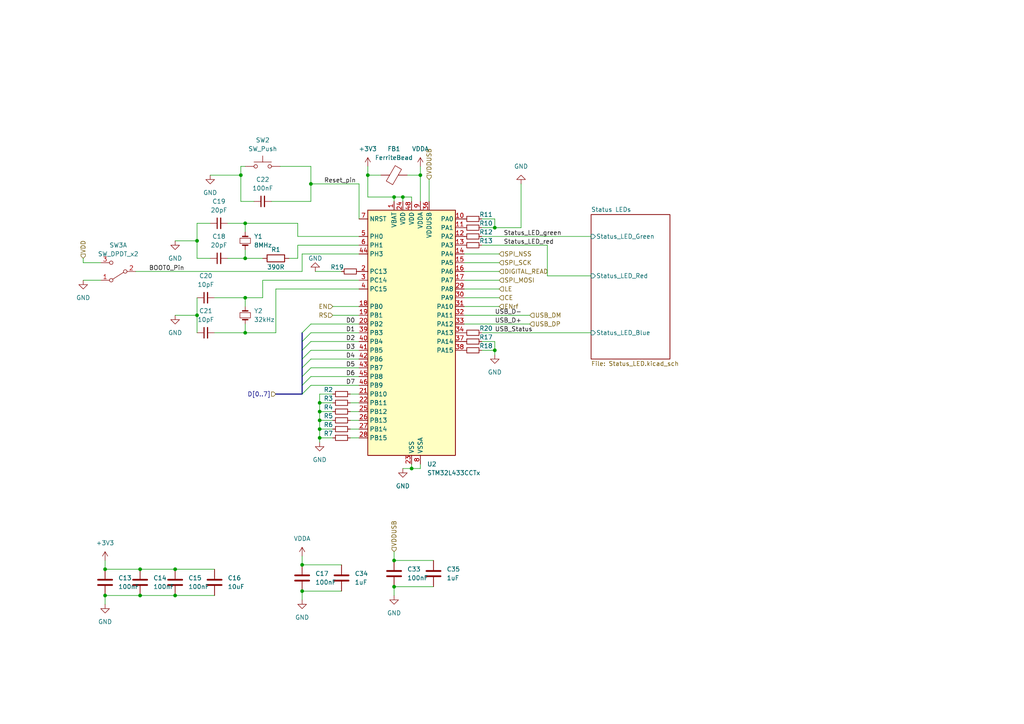
<source format=kicad_sch>
(kicad_sch (version 20230121) (generator eeschema)
  (paper "A4")
  (lib_symbols
    (symbol "Device:C" (pin_numbers hide) (pin_names (offset 0.254))
      (property "Reference" "C" (at 0.635 2.54 0))
      (property "Value" "C" (at 0.635 -2.54 0))
      (symbol "C_0_1"
        (polyline (pts (xy -2.032 -0.762) (xy 2.032 -0.762)) (stroke (width 0.508)))
        (polyline (pts (xy -2.032 0.762) (xy 2.032 0.762)) (stroke (width 0.508)))
      )
      (symbol "C_1_1"
        (pin passive line (at 0 3.81 270) (length 2.794) (name "~") (number "1"))
        (pin passive line (at 0 -3.81 90) (length 2.794) (name "~") (number "2"))
      )
    )
    (symbol "Device:C_Small" (pin_numbers hide) (pin_names (offset 0.254) hide)
      (property "Reference" "C" (at 0.254 1.778 0))
      (property "Value" "C_Small" (at 0.254 -2.032 0))
      (symbol "C_Small_0_1"
        (polyline (pts (xy -1.524 -0.508) (xy 1.524 -0.508)) (stroke (width 0.3302)))
        (polyline (pts (xy -1.524 0.508) (xy 1.524 0.508)) (stroke (width 0.3048)))
      )
      (symbol "C_Small_1_1"
        (pin passive line (at 0 2.54 270) (length 2.032) (name "~") (number "1"))
        (pin passive line (at 0 -2.54 90) (length 2.032) (name "~") (number "2"))
      )
    )
    (symbol "Device:Crystal_Small" (pin_numbers hide) (pin_names (offset 1.016) hide)
      (property "Reference" "Y" (at 0 2.54 0))
      (property "Value" "Crystal_Small" (at 0 -2.54 0))
      (symbol "Crystal_Small_0_1"
        (rectangle (start -0.762 -1.524) (end 0.762 1.524))
        (polyline (pts (xy -1.27 -0.762) (xy -1.27 0.762)) (stroke (width 0.381)))
        (polyline (pts (xy 1.27 -0.762) (xy 1.27 0.762)) (stroke (width 0.381)))
      )
      (symbol "Crystal_Small_1_1"
        (pin passive line (at -2.54 0 0) (length 1.27) (name "1") (number "1"))
        (pin passive line (at 2.54 0 180) (length 1.27) (name "2") (number "2"))
      )
    )
    (symbol "Device:FerriteBead" (pin_numbers hide) (pin_names (offset 0))
      (property "Reference" "FB" (at -3.81 0.635 90))
      (property "Value" "FerriteBead" (at 3.81 0 90))
      (symbol "FerriteBead_0_1"
        (polyline (pts (xy 0 -1.27) (xy 0 -1.2192)))
        (polyline (pts (xy 0 1.27) (xy 0 1.2954)))
        (polyline (pts (xy -2.7686 0.4064) (xy -1.7018 2.2606) (xy 2.7686 -0.3048) (xy 1.6764 -2.159) (xy -2.7686 0.4064)))
      )
      (symbol "FerriteBead_1_1"
        (pin passive line (at 0 3.81 270) (length 2.54) (name "~") (number "1"))
        (pin passive line (at 0 -3.81 90) (length 2.54) (name "~") (number "2"))
      )
    )
    (symbol "Device:R" (pin_numbers hide) (pin_names (offset 0))
      (property "Reference" "R" (at 2.032 0 90))
      (property "Value" "R" (at 0 0 90))
      (symbol "R_0_1"
        (rectangle (start -1.016 -2.54) (end 1.016 2.54) (stroke (width 0.254)))
      )
      (symbol "R_1_1"
        (pin passive line (at 0 3.81 270) (length 1.27) (name "~") (number "1"))
        (pin passive line (at 0 -3.81 90) (length 1.27) (name "~") (number "2"))
      )
    )
    (symbol "Device:R_Small" (pin_numbers hide) (pin_names (offset 0.254) hide)
      (property "Reference" "R" (at 0.762 0.508 0))
      (property "Value" "R_Small" (at 0.762 -1.016 0))
      (symbol "R_Small_0_1"
        (rectangle (start -0.762 1.778) (end 0.762 -1.778) (stroke (width 0.2032)))
      )
      (symbol "R_Small_1_1"
        (pin passive line (at 0 2.54 270) (length 0.762) (name "~") (number "1"))
        (pin passive line (at 0 -2.54 90) (length 0.762) (name "~") (number "2"))
      )
    )
    (symbol "MCU_ST_STM32L4:STM32L433CCTx"
      (property "Reference" "U" (at -12.7 36.83 0))
      (property "Value" "STM32L433CCTx" (at 7.62 36.83 0))
      (symbol "STM32L433CCTx_0_1"
        (rectangle (start -12.7 -35.56) (end 12.7 35.56) (stroke (width 0.254)) (fill (type background)))
      )
      (symbol "STM32L433CCTx_1_1"
        (pin power_in line (at -5.08 38.1 270) (length 2.54) (name "VBAT") (number "1"))
        (pin bidirectional line (at 15.24 33.02 180) (length 2.54) (name "PA0") (number "10"))
        (pin bidirectional line (at 15.24 30.48 180) (length 2.54) (name "PA1") (number "11"))
        (pin bidirectional line (at 15.24 27.94 180) (length 2.54) (name "PA2") (number "12"))
        (pin bidirectional line (at 15.24 25.4 180) (length 2.54) (name "PA3") (number "13"))
        (pin bidirectional line (at 15.24 22.86 180) (length 2.54) (name "PA4") (number "14"))
        (pin bidirectional line (at 15.24 20.32 180) (length 2.54) (name "PA5") (number "15"))
        (pin bidirectional line (at 15.24 17.78 180) (length 2.54) (name "PA6") (number "16"))
        (pin bidirectional line (at 15.24 15.24 180) (length 2.54) (name "PA7") (number "17"))
        (pin bidirectional line (at -15.24 7.62 0) (length 2.54) (name "PB0") (number "18"))
        (pin bidirectional line (at -15.24 5.08 0) (length 2.54) (name "PB1") (number "19"))
        (pin bidirectional line (at -15.24 17.78 0) (length 2.54) (name "PC13") (number "2"))
        (pin bidirectional line (at -15.24 2.54 0) (length 2.54) (name "PB2") (number "20"))
        (pin bidirectional line (at -15.24 -17.78 0) (length 2.54) (name "PB10") (number "21"))
        (pin bidirectional line (at -15.24 -20.32 0) (length 2.54) (name "PB11") (number "22"))
        (pin power_in line (at 0 -38.1 90) (length 2.54) (name "VSS") (number "23"))
        (pin power_in line (at -2.54 38.1 270) (length 2.54) (name "VDD") (number "24"))
        (pin bidirectional line (at -15.24 -22.86 0) (length 2.54) (name "PB12") (number "25"))
        (pin bidirectional line (at -15.24 -25.4 0) (length 2.54) (name "PB13") (number "26"))
        (pin bidirectional line (at -15.24 -27.94 0) (length 2.54) (name "PB14") (number "27"))
        (pin bidirectional line (at -15.24 -30.48 0) (length 2.54) (name "PB15") (number "28"))
        (pin bidirectional line (at 15.24 12.7 180) (length 2.54) (name "PA8") (number "29"))
        (pin bidirectional line (at -15.24 15.24 0) (length 2.54) (name "PC14") (number "3"))
        (pin bidirectional line (at 15.24 10.16 180) (length 2.54) (name "PA9") (number "30"))
        (pin bidirectional line (at 15.24 7.62 180) (length 2.54) (name "PA10") (number "31"))
        (pin bidirectional line (at 15.24 5.08 180) (length 2.54) (name "PA11") (number "32"))
        (pin bidirectional line (at 15.24 2.54 180) (length 2.54) (name "PA12") (number "33"))
        (pin bidirectional line (at 15.24 0 180) (length 2.54) (name "PA13") (number "34"))
        (pin passive line (at 0 -38.1 90) (length 2.54) hide (name "VSS") (number "35"))
        (pin power_in line (at 5.08 38.1 270) (length 2.54) (name "VDDUSB") (number "36"))
        (pin bidirectional line (at 15.24 -2.54 180) (length 2.54) (name "PA14") (number "37"))
        (pin bidirectional line (at 15.24 -5.08 180) (length 2.54) (name "PA15") (number "38"))
        (pin bidirectional line (at -15.24 0 0) (length 2.54) (name "PB3") (number "39"))
        (pin bidirectional line (at -15.24 12.7 0) (length 2.54) (name "PC15") (number "4"))
        (pin bidirectional line (at -15.24 -2.54 0) (length 2.54) (name "PB4") (number "40"))
        (pin bidirectional line (at -15.24 -5.08 0) (length 2.54) (name "PB5") (number "41"))
        (pin bidirectional line (at -15.24 -7.62 0) (length 2.54) (name "PB6") (number "42"))
        (pin bidirectional line (at -15.24 -10.16 0) (length 2.54) (name "PB7") (number "43"))
        (pin bidirectional line (at -15.24 22.86 0) (length 2.54) (name "PH3") (number "44"))
        (pin bidirectional line (at -15.24 -12.7 0) (length 2.54) (name "PB8") (number "45"))
        (pin bidirectional line (at -15.24 -15.24 0) (length 2.54) (name "PB9") (number "46"))
        (pin passive line (at 0 -38.1 90) (length 2.54) hide (name "VSS") (number "47"))
        (pin power_in line (at 0 38.1 270) (length 2.54) (name "VDD") (number "48"))
        (pin bidirectional line (at -15.24 27.94 0) (length 2.54) (name "PH0") (number "5"))
        (pin bidirectional line (at -15.24 25.4 0) (length 2.54) (name "PH1") (number "6"))
        (pin input line (at -15.24 33.02 0) (length 2.54) (name "NRST") (number "7"))
        (pin power_in line (at 2.54 -38.1 90) (length 2.54) (name "VSSA") (number "8"))
        (pin power_in line (at 2.54 38.1 270) (length 2.54) (name "VDDA") (number "9"))
      )
    )
    (symbol "Switch:SW_DPDT_x2" (pin_names (offset 0) hide)
      (property "Reference" "SW" (at 0 4.318 0))
      (property "Value" "SW_DPDT_x2" (at 0 -5.08 0))
      (symbol "SW_DPDT_x2_0_0"
        (circle (center -2.032 0) (radius 0.508))
        (circle (center 2.032 -2.54) (radius 0.508))
      )
      (symbol "SW_DPDT_x2_0_1"
        (polyline (pts (xy -1.524 0.254) (xy 1.651 2.286)))
        (circle (center 2.032 2.54) (radius 0.508))
      )
      (symbol "SW_DPDT_x2_1_1"
        (pin passive line (at 5.08 2.54 180) (length 2.54) (name "A") (number "1"))
        (pin passive line (at -5.08 0 0) (length 2.54) (name "B") (number "2"))
        (pin passive line (at 5.08 -2.54 180) (length 2.54) (name "C") (number "3"))
      )
      (symbol "SW_DPDT_x2_2_1"
        (pin passive line (at 5.08 2.54 180) (length 2.54) (name "A") (number "4"))
        (pin passive line (at -5.08 0 0) (length 2.54) (name "B") (number "5"))
        (pin passive line (at 5.08 -2.54 180) (length 2.54) (name "C") (number "6"))
      )
    )
    (symbol "Switch:SW_Push" (pin_numbers hide) (pin_names (offset 1.016) hide)
      (property "Reference" "SW" (at 1.27 2.54 0))
      (property "Value" "SW_Push" (at 0 -1.524 0))
      (symbol "SW_Push_0_1"
        (circle (center -2.032 0) (radius 0.508))
        (polyline (pts (xy 0 1.27) (xy 0 3.048)))
        (polyline (pts (xy 2.54 1.27) (xy -2.54 1.27)))
        (circle (center 2.032 0) (radius 0.508))
        (pin passive line (at -5.08 0 0) (length 2.54) (name "1") (number "1"))
        (pin passive line (at 5.08 0 180) (length 2.54) (name "2") (number "2"))
      )
    )
    (symbol "power:+3V3" (power) (pin_names (offset 0))
      (property "Value" "+3V3" (at 0 3.556 0))
      (symbol "+3V3_0_1"
        (polyline (pts (xy -0.762 1.27) (xy 0 2.54)))
        (polyline (pts (xy 0 0) (xy 0 2.54)))
        (polyline (pts (xy 0 2.54) (xy 0.762 1.27)))
      )
      (symbol "+3V3_1_1"
        (pin power_in line (at 0 0 90) (length 0) hide (name "+3V3") (number "1"))
      )
    )
    (symbol "power:GND" (power) (pin_names (offset 0))
      (property "Value" "GND" (at 0 -3.81 0))
      (symbol "GND_0_1"
        (polyline (pts (xy 0 0) (xy 0 -1.27) (xy 1.27 -1.27) (xy 0 -2.54) (xy -1.27 -1.27) (xy 0 -1.27)))
      )
      (symbol "GND_1_1"
        (pin power_in line (at 0 0 270) (length 0) hide (name "GND") (number "1"))
      )
    )
    (symbol "power:VDDA" (power) (pin_names (offset 0))
      (property "Value" "VDDA" (at 0 3.81 0))
      (symbol "VDDA_0_1"
        (polyline (pts (xy -0.762 1.27) (xy 0 2.54)))
        (polyline (pts (xy 0 0) (xy 0 2.54)))
        (polyline (pts (xy 0 2.54) (xy 0.762 1.27)))
      )
      (symbol "VDDA_1_1"
        (pin power_in line (at 0 0 90) (length 0) hide (name "VDDA") (number "1"))
      )
    )
  )
  (junction (at 114.3 57.15))
  (junction (at 40.64 165.1))
  (junction (at 92.71 121.92))
  (junction (at 121.92 50.8))
  (junction (at 71.12 74.93))
  (junction (at 90.17 53.34))
  (junction (at 57.15 91.44))
  (junction (at 92.71 116.84))
  (junction (at 71.12 86.36))
  (junction (at 50.8 165.1))
  (junction (at 69.85 50.8))
  (junction (at 116.84 57.15))
  (junction (at 87.63 171.45))
  (junction (at 143.51 66.04))
  (junction (at 114.3 170.18))
  (junction (at 114.3 162.56))
  (junction (at 30.48 165.1))
  (junction (at 40.64 172.72))
  (junction (at 57.15 69.85))
  (junction (at 87.63 163.83))
  (junction (at 143.51 101.6))
  (junction (at 92.71 119.38))
  (junction (at 92.71 124.46))
  (junction (at 92.71 127))
  (junction (at 71.12 64.77))
  (junction (at 71.12 96.52))
  (junction (at 119.38 135.89))
  (junction (at 106.68 50.8))
  (junction (at 50.8 172.72))
  (junction (at 30.48 172.72))
  (bus_entry (at 87.63 114.3) (size 2.54 -2.54))
  (bus_entry (at 87.63 101.6) (size 2.54 -2.54))
  (bus_entry (at 87.63 106.68) (size 2.54 -2.54))
  (bus_entry (at 87.63 96.52) (size 2.54 -2.54))
  (bus_entry (at 87.63 109.22) (size 2.54 -2.54))
  (bus_entry (at 87.63 104.14) (size 2.54 -2.54))
  (bus_entry (at 87.63 99.06) (size 2.54 -2.54))
  (bus_entry (at 87.63 111.76) (size 2.54 -2.54))
  (wire (pts (xy 143.51 66.04) (xy 151.13 66.04)))
  (wire (pts (xy 151.13 66.04) (xy 151.13 53.34)))
  (wire (pts (xy 50.8 91.44) (xy 57.15 91.44)))
  (wire (pts (xy 119.38 57.15) (xy 119.38 58.42)))
  (wire (pts (xy 134.62 91.44) (xy 153.67 91.44)))
  (wire (pts (xy 121.92 50.8) (xy 121.92 58.42)))
  (wire (pts (xy 90.17 96.52) (xy 104.14 96.52)))
  (wire (pts (xy 66.04 74.93) (xy 71.12 74.93)))
  (wire (pts (xy 69.85 50.8) (xy 69.85 58.42)))
  (wire (pts (xy 62.23 86.36) (xy 71.12 86.36)))
  (wire (pts (xy 106.68 57.15) (xy 114.3 57.15)))
  (wire (pts (xy 71.12 86.36) (xy 76.2 86.36)))
  (wire (pts (xy 24.13 81.28) (xy 29.21 81.28)))
  (wire (pts (xy 92.71 119.38) (xy 96.52 119.38)))
  (wire (pts (xy 87.63 78.74) (xy 87.63 73.66)))
  (wire (pts (xy 114.3 162.56) (xy 125.73 162.56)))
  (wire (pts (xy 90.17 109.22) (xy 104.14 109.22)))
  (wire (pts (xy 86.36 71.12) (xy 104.14 71.12)))
  (wire (pts (xy 143.51 102.87) (xy 143.51 101.6)))
  (wire (pts (xy 144.78 83.82) (xy 134.62 83.82)))
  (wire (pts (xy 92.71 121.92) (xy 92.71 124.46)))
  (wire (pts (xy 139.7 96.52) (xy 171.45 96.52)))
  (bus (pts (xy 87.63 111.76) (xy 87.63 114.3)))
  (wire (pts (xy 114.3 57.15) (xy 114.3 58.42)))
  (wire (pts (xy 134.62 78.74) (xy 144.78 78.74)))
  (wire (pts (xy 134.62 93.98) (xy 153.67 93.98)))
  (wire (pts (xy 62.23 96.52) (xy 71.12 96.52)))
  (wire (pts (xy 106.68 50.8) (xy 110.49 50.8)))
  (wire (pts (xy 87.63 163.83) (xy 99.06 163.83)))
  (wire (pts (xy 90.17 53.34) (xy 104.14 53.34)))
  (wire (pts (xy 106.68 48.26) (xy 106.68 50.8)))
  (wire (pts (xy 92.71 127) (xy 96.52 127)))
  (bus (pts (xy 80.01 114.3) (xy 87.63 114.3)))
  (wire (pts (xy 87.63 163.83) (xy 87.63 161.29)))
  (wire (pts (xy 73.66 58.42) (xy 69.85 58.42)))
  (wire (pts (xy 81.28 48.26) (xy 90.17 48.26)))
  (wire (pts (xy 99.06 78.74) (xy 91.44 78.74)))
  (wire (pts (xy 116.84 57.15) (xy 116.84 58.42)))
  (wire (pts (xy 57.15 64.77) (xy 57.15 69.85)))
  (wire (pts (xy 101.6 114.3) (xy 104.14 114.3)))
  (wire (pts (xy 121.92 134.62) (xy 121.92 135.89)))
  (wire (pts (xy 106.68 50.8) (xy 106.68 57.15)))
  (wire (pts (xy 71.12 93.98) (xy 71.12 96.52)))
  (wire (pts (xy 134.62 76.2) (xy 144.78 76.2)))
  (wire (pts (xy 76.2 86.36) (xy 76.2 81.28)))
  (wire (pts (xy 92.71 116.84) (xy 96.52 116.84)))
  (wire (pts (xy 96.52 91.44) (xy 104.14 91.44)))
  (wire (pts (xy 57.15 96.52) (xy 57.15 91.44)))
  (wire (pts (xy 50.8 172.72) (xy 62.23 172.72)))
  (wire (pts (xy 116.84 57.15) (xy 119.38 57.15)))
  (wire (pts (xy 86.36 68.58) (xy 104.14 68.58)))
  (wire (pts (xy 114.3 170.18) (xy 125.73 170.18)))
  (wire (pts (xy 118.11 50.8) (xy 121.92 50.8)))
  (wire (pts (xy 87.63 73.66) (xy 104.14 73.66)))
  (wire (pts (xy 71.12 86.36) (xy 71.12 88.9)))
  (bus (pts (xy 87.63 106.68) (xy 87.63 109.22)))
  (wire (pts (xy 69.85 48.26) (xy 69.85 50.8)))
  (wire (pts (xy 143.51 66.04) (xy 139.7 66.04)))
  (wire (pts (xy 92.71 119.38) (xy 92.71 121.92)))
  (wire (pts (xy 119.38 135.89) (xy 119.38 134.62)))
  (wire (pts (xy 30.48 172.72) (xy 30.48 175.26)))
  (wire (pts (xy 104.14 63.5) (xy 104.14 53.34)))
  (wire (pts (xy 90.17 93.98) (xy 104.14 93.98)))
  (wire (pts (xy 114.3 172.72) (xy 114.3 170.18)))
  (wire (pts (xy 80.01 83.82) (xy 80.01 96.52)))
  (wire (pts (xy 101.6 116.84) (xy 104.14 116.84)))
  (wire (pts (xy 114.3 57.15) (xy 116.84 57.15)))
  (wire (pts (xy 71.12 72.39) (xy 71.12 74.93)))
  (bus (pts (xy 87.63 104.14) (xy 87.63 106.68)))
  (wire (pts (xy 90.17 111.76) (xy 104.14 111.76)))
  (wire (pts (xy 144.78 86.36) (xy 134.62 86.36)))
  (wire (pts (xy 90.17 104.14) (xy 104.14 104.14)))
  (wire (pts (xy 101.6 119.38) (xy 104.14 119.38)))
  (wire (pts (xy 92.71 124.46) (xy 92.71 127)))
  (bus (pts (xy 87.63 96.52) (xy 87.63 99.06)))
  (wire (pts (xy 57.15 86.36) (xy 57.15 91.44)))
  (wire (pts (xy 24.13 76.2) (xy 24.13 74.93)))
  (wire (pts (xy 87.63 171.45) (xy 99.06 171.45)))
  (wire (pts (xy 101.6 121.92) (xy 104.14 121.92)))
  (wire (pts (xy 90.17 99.06) (xy 104.14 99.06)))
  (wire (pts (xy 158.75 80.01) (xy 171.45 80.01)))
  (wire (pts (xy 24.13 76.2) (xy 29.21 76.2)))
  (wire (pts (xy 66.04 64.77) (xy 71.12 64.77)))
  (wire (pts (xy 71.12 64.77) (xy 71.12 67.31)))
  (wire (pts (xy 143.51 66.04) (xy 143.51 63.5)))
  (wire (pts (xy 104.14 83.82) (xy 80.01 83.82)))
  (wire (pts (xy 39.37 78.74) (xy 87.63 78.74)))
  (wire (pts (xy 86.36 64.77) (xy 71.12 64.77)))
  (wire (pts (xy 90.17 101.6) (xy 104.14 101.6)))
  (wire (pts (xy 90.17 106.68) (xy 104.14 106.68)))
  (wire (pts (xy 121.92 135.89) (xy 119.38 135.89)))
  (wire (pts (xy 101.6 124.46) (xy 104.14 124.46)))
  (wire (pts (xy 101.6 127) (xy 104.14 127)))
  (wire (pts (xy 86.36 68.58) (xy 86.36 64.77)))
  (wire (pts (xy 92.71 128.27) (xy 92.71 127)))
  (wire (pts (xy 69.85 50.8) (xy 60.96 50.8)))
  (wire (pts (xy 69.85 48.26) (xy 71.12 48.26)))
  (wire (pts (xy 139.7 68.58) (xy 171.45 68.58)))
  (wire (pts (xy 114.3 162.56) (xy 114.3 160.02)))
  (wire (pts (xy 134.62 73.66) (xy 144.78 73.66)))
  (wire (pts (xy 30.48 165.1) (xy 30.48 162.56)))
  (wire (pts (xy 139.7 71.12) (xy 158.75 71.12)))
  (bus (pts (xy 87.63 101.6) (xy 87.63 104.14)))
  (wire (pts (xy 96.52 88.9) (xy 104.14 88.9)))
  (wire (pts (xy 139.7 101.6) (xy 143.51 101.6)))
  (wire (pts (xy 90.17 53.34) (xy 90.17 58.42)))
  (wire (pts (xy 92.71 114.3) (xy 92.71 116.84)))
  (wire (pts (xy 83.82 74.93) (xy 86.36 74.93)))
  (bus (pts (xy 87.63 109.22) (xy 87.63 111.76)))
  (wire (pts (xy 30.48 172.72) (xy 40.64 172.72)))
  (wire (pts (xy 144.78 81.28) (xy 134.62 81.28)))
  (wire (pts (xy 57.15 64.77) (xy 60.96 64.77)))
  (wire (pts (xy 76.2 81.28) (xy 104.14 81.28)))
  (wire (pts (xy 40.64 165.1) (xy 50.8 165.1)))
  (wire (pts (xy 116.84 135.89) (xy 119.38 135.89)))
  (wire (pts (xy 50.8 165.1) (xy 62.23 165.1)))
  (wire (pts (xy 92.71 121.92) (xy 96.52 121.92)))
  (wire (pts (xy 30.48 165.1) (xy 40.64 165.1)))
  (wire (pts (xy 143.51 63.5) (xy 139.7 63.5)))
  (wire (pts (xy 158.75 71.12) (xy 158.75 80.01)))
  (wire (pts (xy 87.63 173.99) (xy 87.63 171.45)))
  (wire (pts (xy 57.15 74.93) (xy 57.15 69.85)))
  (wire (pts (xy 78.74 58.42) (xy 90.17 58.42)))
  (wire (pts (xy 50.8 69.85) (xy 57.15 69.85)))
  (wire (pts (xy 71.12 74.93) (xy 76.2 74.93)))
  (wire (pts (xy 40.64 172.72) (xy 50.8 172.72)))
  (wire (pts (xy 124.46 52.07) (xy 124.46 58.42)))
  (wire (pts (xy 57.15 74.93) (xy 60.96 74.93)))
  (wire (pts (xy 121.92 48.26) (xy 121.92 50.8)))
  (wire (pts (xy 86.36 74.93) (xy 86.36 71.12)))
  (wire (pts (xy 143.51 101.6) (xy 143.51 99.06)))
  (wire (pts (xy 92.71 116.84) (xy 92.71 119.38)))
  (wire (pts (xy 92.71 114.3) (xy 96.52 114.3)))
  (wire (pts (xy 92.71 124.46) (xy 96.52 124.46)))
  (bus (pts (xy 87.63 99.06) (xy 87.63 101.6)))
  (wire (pts (xy 90.17 53.34) (xy 90.17 48.26)))
  (wire (pts (xy 144.78 88.9) (xy 134.62 88.9)))
  (wire (pts (xy 80.01 96.52) (xy 71.12 96.52)))
  (wire (pts (xy 143.51 99.06) (xy 139.7 99.06)))
  (label "BOOT0_Pin" (at 43.18 78.74 0))
  (label "USB_D-" (at 143.51 91.44 0))
  (label "D0" (at 100.33 93.98 0))
  (label "D6" (at 100.33 109.22 0))
  (label "D5" (at 100.33 106.68 0))
  (label "Status_LED_green" (at 146.05 68.58 0))
  (label "D3" (at 100.33 101.6 0))
  (label "D4" (at 100.33 104.14 0))
  (label "USB_Status" (at 143.51 96.52 0))
  (label "D1" (at 100.33 96.52 0))
  (label "Status_LED_red" (at 146.05 71.12 0))
  (label "Reset_pin" (at 93.98 53.34 0))
  (label "D7" (at 100.33 111.76 0))
  (label "D2" (at 100.33 99.06 0))
  (label "USB_D+" (at 143.51 93.98 0))
  (hierarchical_label "DIGITAL_READ" (shape input) (at 144.78 78.74 0))
  (hierarchical_label "USB_DP" (shape input) (at 153.67 93.98 0))
  (hierarchical_label "D[0..7]" (shape input) (at 80.01 114.3 180))
  (hierarchical_label "EN" (shape input) (at 96.52 88.9 180))
  (hierarchical_label "VDDUSB" (shape input) (at 114.3 160.02 90))
  (hierarchical_label "ENrf" (shape input) (at 144.78 88.9 0))
  (hierarchical_label "CE" (shape input) (at 144.78 86.36 0))
  (hierarchical_label "LE" (shape input) (at 144.78 83.82 0))
  (hierarchical_label "SPI_NSS" (shape input) (at 144.78 73.66 0))
  (hierarchical_label "RS" (shape input) (at 96.52 91.44 180))
  (hierarchical_label "VDD" (shape input) (at 24.13 74.93 90))
  (hierarchical_label "USB_DM" (shape input) (at 153.67 91.44 0))
  (hierarchical_label "SPI_MOSI" (shape input) (at 144.78 81.28 0))
  (hierarchical_label "SPI_SCK" (shape input) (at 144.78 76.2 0))
  (hierarchical_label "VDDUSB" (shape input) (at 124.46 52.07 90))
  (symbol (lib_id "Device:C_Small") (at 63.5 64.77 90) (unit 1)
    (property "Reference" "C19" (at 63.5063 58.42 90))
    (property "Value" "20pF" (at 63.5063 60.96 90))
  )
  (symbol (lib_id "Device:C_Small") (at 63.5 74.93 90) (unit 1)
    (property "Reference" "C18" (at 63.5063 68.58 90))
    (property "Value" "20pF" (at 63.5063 71.12 90))
  )
  (symbol (lib_id "power:VDDA") (at 87.63 161.29 0) (unit 1)
    (property "Reference" "#PWR049" (effects hide))
    (property "Value" "VDDA" (at 87.63 156.21 0))
  )
  (symbol (lib_id "Device:C_Small") (at 59.69 96.52 90) (unit 1)
    (property "Reference" "C21" (at 59.6963 90.17 90))
    (property "Value" "10pF" (at 59.6963 92.71 90))
  )
  (symbol (lib_id "Device:R_Small") (at 99.06 124.46 90) (unit 1)
    (property "Reference" "R6" (at 95.25 123.19 90))
    (property "Value" "10k" (effects hide))
    (property "Footprint" "Resistor_SMD:R_0603_1608Metric_Pad0.98x0.95mm_HandSolder" (effects hide))
  )
  (symbol (lib_id "Device:R_Small") (at 101.6 78.74 90) (unit 1)
    (property "Reference" "R19" (at 97.79 77.47 90))
    (property "Value" "10k" (effects hide))
    (property "Footprint" "Resistor_SMD:R_0603_1608Metric_Pad0.98x0.95mm_HandSolder" (effects hide))
  )
  (symbol (lib_id "Device:FerriteBead") (at 114.3 50.8 90) (unit 1)
    (property "Reference" "FB1" (at 114.2492 43.18 90))
    (property "Value" "FerriteBead" (at 114.2492 45.72 90))
  )
  (symbol (lib_id "power:VDDA") (at 121.92 48.26 0) (unit 1)
    (property "Reference" "#PWR048" (effects hide))
    (property "Value" "VDDA" (at 121.92 43.18 0))
  )
  (symbol (lib_id "Device:C") (at 99.06 167.64 0) (unit 1)
    (property "Reference" "C34" (at 102.87 166.37 0) (effects (justify left)))
    (property "Value" "1uF" (at 102.87 168.91 0) (effects (justify left)))
    (property "Footprint" "Capacitor_SMD:C_0603_1608Metric_Pad1.08x0.95mm_HandSolder" (effects hide))
  )
  (symbol (lib_id "Device:R_Small") (at 99.06 127 90) (unit 1)
    (property "Reference" "R7" (at 95.25 125.73 90))
    (property "Value" "10k" (effects hide))
    (property "Footprint" "Resistor_SMD:R_0603_1608Metric_Pad0.98x0.95mm_HandSolder" (effects hide))
  )
  (symbol (lib_id "Device:R_Small") (at 137.16 63.5 270) (unit 1)
    (property "Reference" "R11" (at 140.97 62.23 90))
    (property "Value" "10k" (effects hide))
    (property "Footprint" "Resistor_SMD:R_0603_1608Metric_Pad0.98x0.95mm_HandSolder" (effects hide))
  )
  (symbol (lib_id "power:GND") (at 24.13 81.28 0) (unit 1)
    (property "Reference" "#PWR026" (effects hide))
    (property "Value" "GND" (at 24.13 86.36 0))
  )
  (symbol (lib_id "Device:R_Small") (at 137.16 96.52 270) (unit 1)
    (property "Reference" "R20" (at 140.97 95.25 90))
    (property "Value" "10k" (effects hide))
    (property "Footprint" "Resistor_SMD:R_0603_1608Metric_Pad0.98x0.95mm_HandSolder" (effects hide))
  )
  (symbol (lib_id "Device:R_Small") (at 137.16 71.12 270) (unit 1)
    (property "Reference" "R13" (at 140.97 69.85 90))
    (property "Value" "10k" (effects hide))
    (property "Footprint" "Resistor_SMD:R_0603_1608Metric_Pad0.98x0.95mm_HandSolder" (effects hide))
  )
  (symbol (lib_id "Device:C_Small") (at 76.2 58.42 90) (unit 1)
    (property "Reference" "C22" (at 76.2063 52.07 90))
    (property "Value" "100nF" (at 76.2063 54.61 90))
    (property "Footprint" "Capacitor_SMD:C_0603_1608Metric_Pad1.08x0.95mm_HandSolder" (effects hide))
  )
  (symbol (lib_id "power:GND") (at 30.48 175.26 0) (unit 1)
    (property "Reference" "#PWR09" (effects hide))
    (property "Value" "GND" (at 30.48 180.34 0))
  )
  (symbol (lib_id "Device:C") (at 50.8 168.91 0) (unit 1)
    (property "Reference" "C15" (at 54.61 167.64 0) (effects (justify left)))
    (property "Value" "100nF" (at 54.61 170.18 0) (effects (justify left)))
    (property "Footprint" "Capacitor_SMD:C_0603_1608Metric_Pad1.08x0.95mm_HandSolder" (effects hide))
  )
  (symbol (lib_id "Switch:SW_DPDT_x2") (at 34.29 78.74 180) (unit 1)
    (property "Reference" "SW3" (at 34.29 71.12 0))
    (property "Value" "SW_DPDT_x2" (at 34.29 73.66 0))
  )
  (symbol (lib_id "power:GND") (at 114.3 172.72 0) (unit 1)
    (property "Reference" "#PWR050" (effects hide))
    (property "Value" "GND" (at 114.3 177.8 0))
  )
  (symbol (lib_id "Device:R") (at 80.01 74.93 90) (unit 1)
    (property "Reference" "R1" (at 80.01 72.39 90))
    (property "Value" "390R" (at 80.01 77.47 90))
  )
  (symbol (lib_id "Device:C") (at 87.63 167.64 0) (unit 1)
    (property "Reference" "C17" (at 91.44 166.37 0) (effects (justify left)))
    (property "Value" "100nF" (at 91.44 168.91 0) (effects (justify left)))
    (property "Footprint" "Capacitor_SMD:C_0603_1608Metric_Pad1.08x0.95mm_HandSolder" (effects hide))
  )
  (symbol (lib_id "Device:C") (at 62.23 168.91 0) (unit 1)
    (property "Reference" "C16" (at 66.04 167.64 0) (effects (justify left)))
    (property "Value" "10uF" (at 66.04 170.18 0) (effects (justify left)))
    (property "Footprint" "Capacitor_SMD:C_0603_1608Metric_Pad1.08x0.95mm_HandSolder" (effects hide))
  )
  (symbol (lib_id "Device:C") (at 114.3 166.37 0) (unit 1)
    (property "Reference" "C33" (at 118.11 165.1 0) (effects (justify left)))
    (property "Value" "100nF" (at 118.11 167.64 0) (effects (justify left)))
    (property "Footprint" "Capacitor_SMD:C_0603_1608Metric_Pad1.08x0.95mm_HandSolder" (effects hide))
  )
  (symbol (lib_id "Device:Crystal_Small") (at 71.12 91.44 270) (unit 1)
    (property "Reference" "Y2" (at 73.66 90.17 90) (effects (justify left)))
    (property "Value" "32kHz" (at 73.66 92.71 90) (effects (justify left)))
    (property "Footprint" "Crystal:Crystal_Round_D3.0mm_Vertical" (effects hide))
  )
  (symbol (lib_id "Device:C") (at 40.64 168.91 0) (unit 1)
    (property "Reference" "C14" (at 44.45 167.64 0) (effects (justify left)))
    (property "Value" "100nF" (at 44.45 170.18 0) (effects (justify left)))
    (property "Footprint" "Capacitor_SMD:C_0603_1608Metric_Pad1.08x0.95mm_HandSolder" (effects hide))
  )
  (symbol (lib_id "Device:R_Small") (at 137.16 66.04 270) (unit 1)
    (property "Reference" "R10" (at 140.97 64.77 90))
    (property "Value" "10k" (effects hide))
    (property "Footprint" "Resistor_SMD:R_0603_1608Metric_Pad0.98x0.95mm_HandSolder" (effects hide))
  )
  (symbol (lib_id "power:GND") (at 116.84 135.89 0) (unit 1)
    (property "Reference" "#PWR017" (effects hide))
    (property "Value" "GND" (at 116.84 140.97 0))
  )
  (symbol (lib_id "Device:R_Small") (at 99.06 119.38 90) (unit 1)
    (property "Reference" "R4" (at 95.25 118.11 90))
    (property "Value" "10k" (effects hide))
    (property "Footprint" "Resistor_SMD:R_0603_1608Metric_Pad0.98x0.95mm_HandSolder" (effects hide))
  )
  (symbol (lib_id "power:GND") (at 151.13 53.34 180) (unit 1)
    (property "Reference" "#PWR028" (effects hide))
    (property "Value" "GND" (at 151.13 48.26 0))
  )
  (symbol (lib_id "power:GND") (at 50.8 91.44 0) (unit 1)
    (property "Reference" "#PWR022" (effects hide))
    (property "Value" "GND" (at 50.8 96.52 0))
  )
  (symbol (lib_id "Device:R_Small") (at 137.16 68.58 270) (unit 1)
    (property "Reference" "R12" (at 140.97 67.31 90))
    (property "Value" "10k" (effects hide))
    (property "Footprint" "Resistor_SMD:R_0603_1608Metric_Pad0.98x0.95mm_HandSolder" (effects hide))
  )
  (symbol (lib_id "Device:R_Small") (at 137.16 99.06 270) (mirror x) (unit 1)
    (property "Reference" "R17" (at 140.97 97.79 90))
    (property "Value" "10k" (effects hide))
    (property "Footprint" "Resistor_SMD:R_0603_1608Metric_Pad0.98x0.95mm_HandSolder" (effects hide))
  )
  (symbol (lib_id "Device:R_Small") (at 99.06 116.84 90) (unit 1)
    (property "Reference" "R3" (at 95.25 115.57 90))
    (property "Value" "10k" (effects hide))
    (property "Footprint" "Resistor_SMD:R_0603_1608Metric_Pad0.98x0.95mm_HandSolder" (effects hide))
  )
  (symbol (lib_id "Device:R_Small") (at 99.06 114.3 90) (unit 1)
    (property "Reference" "R2" (at 95.25 113.03 90))
    (property "Value" "10k" (effects hide))
    (property "Footprint" "Resistor_SMD:R_0603_1608Metric_Pad0.98x0.95mm_HandSolder" (effects hide))
  )
  (symbol (lib_id "power:GND") (at 92.71 128.27 0) (unit 1)
    (property "Reference" "#PWR024" (effects hide))
    (property "Value" "GND" (at 92.71 133.35 0))
  )
  (symbol (lib_id "power:GND") (at 143.51 102.87 0) (mirror y) (unit 1)
    (property "Reference" "#PWR031" (effects hide))
    (property "Value" "GND" (at 143.51 107.95 0))
  )
  (symbol (lib_id "power:+3V3") (at 106.68 48.26 0) (unit 1)
    (property "Reference" "#PWR041" (effects hide))
    (property "Value" "+3V3" (at 106.68 43.18 0))
  )
  (symbol (lib_id "power:GND") (at 60.96 50.8 0) (unit 1)
    (property "Reference" "#PWR023" (effects hide))
    (property "Value" "GND" (at 60.96 55.88 0))
  )
  (symbol (lib_id "Device:Crystal_Small") (at 71.12 69.85 270) (unit 1)
    (property "Reference" "Y1" (at 73.66 68.58 90) (effects (justify left)))
    (property "Value" "8MHz" (at 73.66 71.12 90) (effects (justify left)))
  )
  (symbol (lib_id "power:GND") (at 50.8 69.85 0) (unit 1)
    (property "Reference" "#PWR020" (effects hide))
    (property "Value" "GND" (at 50.8 74.93 0))
  )
  (symbol (lib_id "Device:C") (at 30.48 168.91 0) (unit 1)
    (property "Reference" "C13" (at 34.29 167.64 0) (effects (justify left)))
    (property "Value" "100nF" (at 34.29 170.18 0) (effects (justify left)))
    (property "Footprint" "Capacitor_SMD:C_0603_1608Metric_Pad1.08x0.95mm_HandSolder" (effects hide))
  )
  (symbol (lib_id "Device:R_Small") (at 137.16 101.6 270) (mirror x) (unit 1)
    (property "Reference" "R18" (at 140.97 100.33 90))
    (property "Value" "10k" (effects hide))
    (property "Footprint" "Resistor_SMD:R_0603_1608Metric_Pad0.98x0.95mm_HandSolder" (effects hide))
  )
  (symbol (lib_id "Device:C_Small") (at 59.69 86.36 90) (unit 1)
    (property "Reference" "C20" (at 59.6963 80.01 90))
    (property "Value" "10pF" (at 59.6963 82.55 90))
  )
  (symbol (lib_id "MCU_ST_STM32L4:STM32L433CCTx") (at 119.38 96.52 0) (unit 1)
    (property "Reference" "U2" (at 123.8759 134.62 0) (effects (justify left)))
    (property "Value" "STM32L433CCTx" (at 123.8759 137.16 0) (effects (justify left)))
    (property "Footprint" "Package_QFP:LQFP-48_7x7mm_P0.5mm" (effects hide))
    (property "Datasheet" "https://www.st.com/resource/en/datasheet/stm32l433cc.pdf" (effects hide))
  )
  (symbol (lib_id "power:+3V3") (at 30.48 162.56 0) (unit 1)
    (property "Reference" "#PWR047" (effects hide))
    (property "Value" "+3V3" (at 30.48 157.48 0))
  )
  (symbol (lib_id "Device:R_Small") (at 99.06 121.92 90) (unit 1)
    (property "Reference" "R5" (at 95.25 120.65 90))
    (property "Value" "10k" (effects hide))
    (property "Footprint" "Resistor_SMD:R_0603_1608Metric_Pad0.98x0.95mm_HandSolder" (effects hide))
  )
  (symbol (lib_id "power:GND") (at 87.63 173.99 0) (unit 1)
    (property "Reference" "#PWR029" (effects hide))
    (property "Value" "GND" (at 87.63 179.07 0))
  )
  (symbol (lib_id "Device:C") (at 125.73 166.37 0) (unit 1)
    (property "Reference" "C35" (at 129.54 165.1 0) (effects (justify left)))
    (property "Value" "1uF" (at 129.54 167.64 0) (effects (justify left)))
    (property "Footprint" "Capacitor_SMD:C_0603_1608Metric_Pad1.08x0.95mm_HandSolder" (effects hide))
  )
  (symbol (lib_id "Switch:SW_Push") (at 76.2 48.26 0) (unit 1)
    (property "Reference" "SW2" (at 76.2 40.64 0))
    (property "Value" "SW_Push" (at 76.2 43.18 0))
  )
  (symbol (lib_id "power:GND") (at 91.44 78.74 180) (unit 1)
    (property "Reference" "#PWR032" (effects hide))
    (property "Value" "GND" (at 91.44 74.93 0))
  )
  (sheet (at 171.45 62.23) (size 22.86 41.91) (stroke (width 0.1524))
    (property "Sheetname" "Status LEDs" (at 171.45 61.5184 0) (effects (justify left bottom)))
    (property "Sheetfile" "Status_LED.kicad_sch" (at 171.45 104.7246 0) (effects (justify left top)))
    (pin "Status_LED_Green" input (at 171.45 68.58 180))
    (pin "Status_LED_Red" input (at 171.45 80.01 180))
    (pin "Status_LED_Blue" input (at 171.45 96.52 180))
  )
)
</source>
